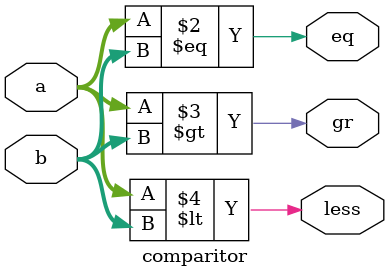
<source format=sv>

module comparitor(input [3:0] a, b,
                  output reg eq, gr, less);
  
  always @(*) begin
    eq = (a == b);
    gr = (a > b);
    less = (a < b);
  end
  
endmodule

</source>
